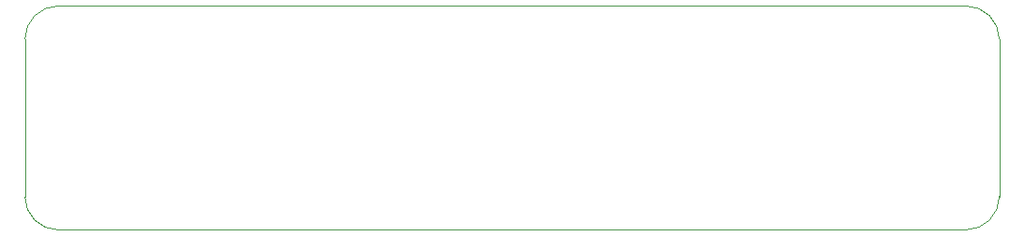
<source format=gm1>
%TF.GenerationSoftware,KiCad,Pcbnew,7.0.10*%
%TF.CreationDate,2024-01-31T14:40:53+08:00*%
%TF.ProjectId,UINIO-MCU-GD32F350RBT6,55494e49-4f2d-44d4-9355-2d4744333246,Version 3.1.1*%
%TF.SameCoordinates,PX68576d0PY5926440*%
%TF.FileFunction,Profile,NP*%
%FSLAX46Y46*%
G04 Gerber Fmt 4.6, Leading zero omitted, Abs format (unit mm)*
G04 Created by KiCad (PCBNEW 7.0.10) date 2024-01-31 14:40:53*
%MOMM*%
%LPD*%
G01*
G04 APERTURE LIST*
%TA.AperFunction,Profile*%
%ADD10C,0.100000*%
%TD*%
G04 APERTURE END LIST*
D10*
X85110001Y-2996099D02*
G75*
G03*
X82110000Y3901I-3000001J-1D01*
G01*
X85110000Y-2996099D02*
X85110000Y-17311099D01*
X82110000Y-20311100D02*
G75*
G03*
X85110000Y-17311099I0J3000000D01*
G01*
X-3020001Y-17311099D02*
X-3020001Y-2996099D01*
X-3019999Y-17311099D02*
G75*
G03*
X-20001Y-20311099I2999999J-1D01*
G01*
X-20001Y3901D02*
X82110000Y3901D01*
X82110000Y-20311099D02*
X-20001Y-20311099D01*
X-20001Y3901D02*
G75*
G03*
X-3020001Y-2996099I1J-3000001D01*
G01*
M02*

</source>
